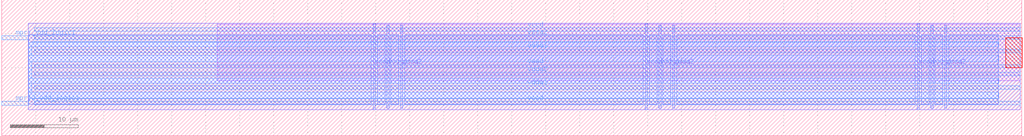
<source format=lef>
VERSION 5.7 ;
  NOWIREEXTENSIONATPIN ON ;
  DIVIDERCHAR "/" ;
  BUSBITCHARS "[]" ;
MACRO mgmt_protect_hv
  CLASS BLOCK ;
  FOREIGN mgmt_protect_hv ;
  ORIGIN 0.000 0.000 ;
  SIZE 150.000 BY 20.000 ;
  PIN vccd
    PORT
      LAYER met3 ;
        RECT 4.800 15.365 149.760 15.865 ;
    END
    PORT
      LAYER met3 ;
        RECT 4.800 4.565 149.760 5.065 ;
    END
    PORT
      LAYER met2 ;
        RECT 94.650 3.815 94.950 16.535 ;
    END
  END vccd
  PIN vssd
    PORT
      LAYER met3 ;
        RECT 4.800 9.965 149.760 10.465 ;
    END
    PORT
      LAYER met2 ;
        RECT 134.650 3.815 134.950 16.535 ;
    END
    PORT
      LAYER met2 ;
        RECT 54.650 3.815 54.950 16.535 ;
    END
  END vssd
  PIN vdda1
    PORT
      LAYER met3 ;
        RECT 4.800 6.820 149.760 7.320 ;
    END
    PORT
      LAYER met2 ;
        RECT 96.650 4.070 96.950 16.280 ;
    END
  END vdda1
  PIN vssa1
    PORT
      LAYER met3 ;
        RECT 4.800 12.220 149.760 12.720 ;
    END
    PORT
      LAYER met2 ;
        RECT 136.650 4.070 136.950 16.280 ;
    END
    PORT
      LAYER met2 ;
        RECT 56.650 4.070 56.950 16.280 ;
    END
  END vssa1
  PIN vdda2
    PORT
      LAYER met3 ;
        RECT 4.800 8.820 149.760 9.320 ;
    END
    PORT
      LAYER met2 ;
        RECT 98.650 4.070 98.950 16.280 ;
    END
  END vdda2
  PIN vssa2
    PORT
      LAYER met3 ;
        RECT 4.800 14.220 149.760 14.720 ;
    END
    PORT
      LAYER met2 ;
        RECT 138.650 4.070 138.950 16.280 ;
    END
    PORT
      LAYER met2 ;
        RECT 58.650 4.070 58.950 16.280 ;
    END
  END vssa2
  PIN mprj2_vdd_logic1
    PORT
      LAYER met3 ;
        RECT 0.000 4.510 4.000 5.110 ;
    END
  END mprj2_vdd_logic1
  PIN mprj_vdd_logic1
    PORT
      LAYER met3 ;
        RECT 0.000 14.130 4.000 14.730 ;
    END
  END mprj_vdd_logic1
  OBS
      LAYER nwell ;
        RECT 147.640 10.025 150.090 14.395 ;
      LAYER li1 ;
        RECT 31.680 8.055 149.760 16.365 ;
      LAYER met1 ;
        RECT 3.920 3.815 149.760 16.535 ;
      LAYER met2 ;
        RECT 3.940 4.625 54.370 14.855 ;
        RECT 55.230 4.625 56.370 14.855 ;
        RECT 57.230 4.625 58.370 14.855 ;
        RECT 59.230 4.625 94.370 14.855 ;
        RECT 95.230 4.625 96.370 14.855 ;
        RECT 97.230 4.625 98.370 14.855 ;
        RECT 99.230 4.625 134.370 14.855 ;
        RECT 135.230 4.625 136.370 14.855 ;
        RECT 137.230 4.625 138.370 14.855 ;
        RECT 139.230 4.625 146.560 14.855 ;
      LAYER met3 ;
        RECT 4.400 13.730 146.585 13.820 ;
        RECT 4.000 13.120 146.585 13.730 ;
        RECT 4.000 11.820 4.400 13.120 ;
        RECT 4.000 10.865 146.585 11.820 ;
        RECT 4.000 8.420 4.400 10.865 ;
        RECT 4.000 7.720 146.585 8.420 ;
        RECT 4.000 6.420 4.400 7.720 ;
        RECT 4.000 5.510 146.585 6.420 ;
        RECT 4.400 5.465 146.585 5.510 ;
  END
END mgmt_protect_hv
END LIBRARY


</source>
